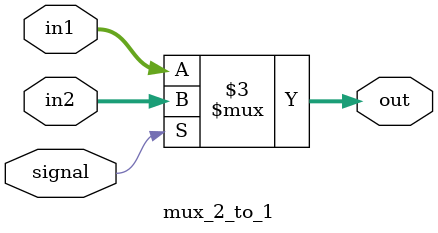
<source format=v>
module mux_2_to_1 (input wire [31:0] in1, input wire [31:0] in2, input wire signal, output reg [31:0] out);

  always @(*)begin 
    if (signal) begin
      out[31:0] <= in2[31:0];
    end
    else begin
      out[31:0] <= in1[31:0]; 
    end
  end
endmodule 

</source>
